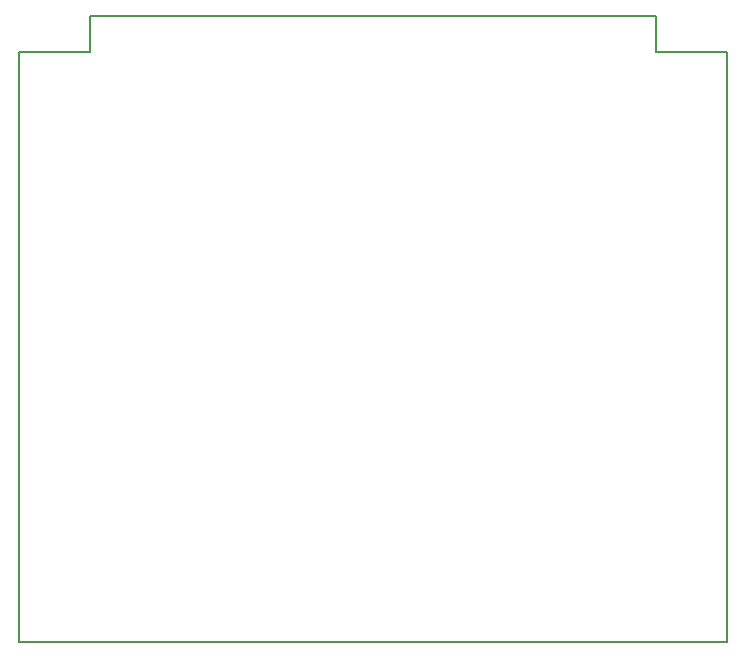
<source format=gbr>
G04 #@! TF.GenerationSoftware,KiCad,Pcbnew,(5.1.2-1)-1*
G04 #@! TF.CreationDate,2019-12-27T17:04:05-07:00*
G04 #@! TF.ProjectId,NuisanceEngine,4e756973-616e-4636-9545-6e67696e652e,rev?*
G04 #@! TF.SameCoordinates,Original*
G04 #@! TF.FileFunction,Profile,NP*
%FSLAX46Y46*%
G04 Gerber Fmt 4.6, Leading zero omitted, Abs format (unit mm)*
G04 Created by KiCad (PCBNEW (5.1.2-1)-1) date 2019-12-27 17:04:05*
%MOMM*%
%LPD*%
G04 APERTURE LIST*
%ADD10C,0.150000*%
G04 APERTURE END LIST*
D10*
X104000000Y-50000000D02*
X110000000Y-50000000D01*
X104000000Y-47000000D02*
X104000000Y-50000000D01*
X56000000Y-47000000D02*
X104000000Y-47000000D01*
X56000000Y-50000000D02*
X56000000Y-47000000D01*
X50000000Y-50000000D02*
X56000000Y-50000000D01*
X110000000Y-100000000D02*
X110000000Y-50000000D01*
X50000000Y-100000000D02*
X110000000Y-100000000D01*
X50000000Y-50000000D02*
X50000000Y-100000000D01*
M02*

</source>
